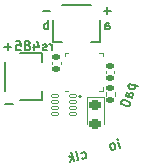
<source format=gbo>
G04 #@! TF.GenerationSoftware,KiCad,Pcbnew,7.0.7*
G04 #@! TF.CreationDate,2024-03-10T20:01:59-05:00*
G04 #@! TF.ProjectId,O12encoder,4f313265-6e63-46f6-9465-722e6b696361,1*
G04 #@! TF.SameCoordinates,Original*
G04 #@! TF.FileFunction,Legend,Bot*
G04 #@! TF.FilePolarity,Positive*
%FSLAX46Y46*%
G04 Gerber Fmt 4.6, Leading zero omitted, Abs format (unit mm)*
G04 Created by KiCad (PCBNEW 7.0.7) date 2024-03-10 20:01:59*
%MOMM*%
%LPD*%
G01*
G04 APERTURE LIST*
G04 Aperture macros list*
%AMRoundRect*
0 Rectangle with rounded corners*
0 $1 Rounding radius*
0 $2 $3 $4 $5 $6 $7 $8 $9 X,Y pos of 4 corners*
0 Add a 4 corners polygon primitive as box body*
4,1,4,$2,$3,$4,$5,$6,$7,$8,$9,$2,$3,0*
0 Add four circle primitives for the rounded corners*
1,1,$1+$1,$2,$3*
1,1,$1+$1,$4,$5*
1,1,$1+$1,$6,$7*
1,1,$1+$1,$8,$9*
0 Add four rect primitives between the rounded corners*
20,1,$1+$1,$2,$3,$4,$5,0*
20,1,$1+$1,$4,$5,$6,$7,0*
20,1,$1+$1,$6,$7,$8,$9,0*
20,1,$1+$1,$8,$9,$2,$3,0*%
%AMFreePoly0*
4,1,6,0.150000,-0.175000,-0.150000,-0.175000,-0.150000,0.175000,0.000000,0.325000,0.150000,0.325000,0.150000,-0.175000,0.150000,-0.175000,$1*%
%AMFreePoly1*
4,1,6,0.150000,0.175000,0.150000,-0.175000,-0.150000,-0.175000,-0.150000,0.325000,0.000000,0.325000,0.150000,0.175000,0.150000,0.175000,$1*%
%AMFreePoly2*
4,1,6,0.175000,-0.150000,-0.175000,-0.150000,-0.325000,0.000000,-0.325000,0.150000,0.175000,0.150000,0.175000,-0.150000,0.175000,-0.150000,$1*%
%AMFreePoly3*
4,1,7,0.175000,-0.150000,-0.175000,-0.150000,-0.325000,-0.150000,-0.325000,0.000000,-0.175000,0.150000,0.175000,0.150000,0.175000,-0.150000,0.175000,-0.150000,$1*%
%AMFreePoly4*
4,1,6,0.150000,-0.175000,0.000000,-0.325000,-0.150000,-0.325000,-0.150000,0.175000,0.150000,0.175000,0.150000,-0.175000,0.150000,-0.175000,$1*%
%AMFreePoly5*
4,1,6,0.150000,-0.325000,0.000000,-0.325000,-0.150000,-0.175000,-0.150000,0.175000,0.150000,0.175000,0.150000,-0.325000,0.150000,-0.325000,$1*%
%AMFreePoly6*
4,1,6,0.325000,0.000000,0.325000,-0.150000,-0.175000,-0.150000,-0.175000,0.150000,0.175000,0.150000,0.325000,0.000000,0.325000,0.000000,$1*%
%AMFreePoly7*
4,1,6,0.325000,0.000000,0.175000,-0.150000,-0.175000,-0.150000,-0.175000,0.150000,0.325000,0.150000,0.325000,0.000000,0.325000,0.000000,$1*%
G04 Aperture macros list end*
%ADD10C,0.150000*%
%ADD11C,0.120000*%
%ADD12C,0.127000*%
%ADD13C,0.200000*%
%ADD14RoundRect,0.135000X-0.185000X0.135000X-0.185000X-0.135000X0.185000X-0.135000X0.185000X0.135000X0*%
%ADD15RoundRect,0.218750X-0.256250X0.218750X-0.256250X-0.218750X0.256250X-0.218750X0.256250X0.218750X0*%
%ADD16R,0.400000X0.800000*%
%ADD17R,0.300000X0.800000*%
%ADD18RoundRect,0.150000X0.010403X-0.618378X0.300180X-0.540733X-0.010403X0.618378X-0.300180X0.540733X0*%
%ADD19R,0.800000X0.400000*%
%ADD20R,0.800000X0.300000*%
%ADD21RoundRect,0.150000X-0.540733X0.300180X-0.618378X0.010403X0.540733X-0.300180X0.618378X-0.010403X0*%
%ADD22RoundRect,0.140000X0.170000X-0.140000X0.170000X0.140000X-0.170000X0.140000X-0.170000X-0.140000X0*%
%ADD23RoundRect,0.050000X0.285000X0.100000X-0.285000X0.100000X-0.285000X-0.100000X0.285000X-0.100000X0*%
%ADD24FreePoly0,0.000000*%
%ADD25R,0.300000X0.700000*%
%ADD26FreePoly1,0.000000*%
%ADD27FreePoly2,0.000000*%
%ADD28R,0.700000X0.300000*%
%ADD29FreePoly3,0.000000*%
%ADD30FreePoly4,0.000000*%
%ADD31FreePoly5,0.000000*%
%ADD32FreePoly6,0.000000*%
%ADD33FreePoly7,0.000000*%
G04 APERTURE END LIST*
D10*
X53663342Y-56056282D02*
X53525305Y-55541122D01*
X53456286Y-55283541D02*
X53502943Y-55310479D01*
X53502943Y-55310479D02*
X53476006Y-55357136D01*
X53476006Y-55357136D02*
X53429349Y-55330198D01*
X53429349Y-55330198D02*
X53456286Y-55283541D01*
X53456286Y-55283541D02*
X53476006Y-55357136D01*
X53184979Y-56184459D02*
X53248713Y-56127942D01*
X53248713Y-56127942D02*
X53275651Y-56081285D01*
X53275651Y-56081285D02*
X53292728Y-55997831D01*
X53292728Y-55997831D02*
X53233570Y-55777048D01*
X53233570Y-55777048D02*
X53177053Y-55713314D01*
X53177053Y-55713314D02*
X53130396Y-55686376D01*
X53130396Y-55686376D02*
X53046942Y-55669298D01*
X53046942Y-55669298D02*
X52936550Y-55698878D01*
X52936550Y-55698878D02*
X52872816Y-55755395D01*
X52872816Y-55755395D02*
X52845878Y-55802051D01*
X52845878Y-55802051D02*
X52828801Y-55885506D01*
X52828801Y-55885506D02*
X52887959Y-56106289D01*
X52887959Y-56106289D02*
X52944476Y-56170023D01*
X52944476Y-56170023D02*
X52991133Y-56196961D01*
X52991133Y-56196961D02*
X53074587Y-56214038D01*
X53074587Y-56214038D02*
X53184979Y-56184459D01*
X47919047Y-47802295D02*
X47919047Y-47268961D01*
X47919047Y-47421342D02*
X47880952Y-47345152D01*
X47880952Y-47345152D02*
X47842857Y-47307057D01*
X47842857Y-47307057D02*
X47766666Y-47268961D01*
X47766666Y-47268961D02*
X47690476Y-47268961D01*
X47461905Y-47764200D02*
X47385714Y-47802295D01*
X47385714Y-47802295D02*
X47233333Y-47802295D01*
X47233333Y-47802295D02*
X47157143Y-47764200D01*
X47157143Y-47764200D02*
X47119047Y-47688009D01*
X47119047Y-47688009D02*
X47119047Y-47649914D01*
X47119047Y-47649914D02*
X47157143Y-47573723D01*
X47157143Y-47573723D02*
X47233333Y-47535628D01*
X47233333Y-47535628D02*
X47347619Y-47535628D01*
X47347619Y-47535628D02*
X47423809Y-47497533D01*
X47423809Y-47497533D02*
X47461905Y-47421342D01*
X47461905Y-47421342D02*
X47461905Y-47383247D01*
X47461905Y-47383247D02*
X47423809Y-47307057D01*
X47423809Y-47307057D02*
X47347619Y-47268961D01*
X47347619Y-47268961D02*
X47233333Y-47268961D01*
X47233333Y-47268961D02*
X47157143Y-47307057D01*
X46433333Y-47268961D02*
X46433333Y-47802295D01*
X46623809Y-46964200D02*
X46814286Y-47535628D01*
X46814286Y-47535628D02*
X46319047Y-47535628D01*
X45900000Y-47345152D02*
X45976190Y-47307057D01*
X45976190Y-47307057D02*
X46014285Y-47268961D01*
X46014285Y-47268961D02*
X46052381Y-47192771D01*
X46052381Y-47192771D02*
X46052381Y-47154676D01*
X46052381Y-47154676D02*
X46014285Y-47078485D01*
X46014285Y-47078485D02*
X45976190Y-47040390D01*
X45976190Y-47040390D02*
X45900000Y-47002295D01*
X45900000Y-47002295D02*
X45747619Y-47002295D01*
X45747619Y-47002295D02*
X45671428Y-47040390D01*
X45671428Y-47040390D02*
X45633333Y-47078485D01*
X45633333Y-47078485D02*
X45595238Y-47154676D01*
X45595238Y-47154676D02*
X45595238Y-47192771D01*
X45595238Y-47192771D02*
X45633333Y-47268961D01*
X45633333Y-47268961D02*
X45671428Y-47307057D01*
X45671428Y-47307057D02*
X45747619Y-47345152D01*
X45747619Y-47345152D02*
X45900000Y-47345152D01*
X45900000Y-47345152D02*
X45976190Y-47383247D01*
X45976190Y-47383247D02*
X46014285Y-47421342D01*
X46014285Y-47421342D02*
X46052381Y-47497533D01*
X46052381Y-47497533D02*
X46052381Y-47649914D01*
X46052381Y-47649914D02*
X46014285Y-47726104D01*
X46014285Y-47726104D02*
X45976190Y-47764200D01*
X45976190Y-47764200D02*
X45900000Y-47802295D01*
X45900000Y-47802295D02*
X45747619Y-47802295D01*
X45747619Y-47802295D02*
X45671428Y-47764200D01*
X45671428Y-47764200D02*
X45633333Y-47726104D01*
X45633333Y-47726104D02*
X45595238Y-47649914D01*
X45595238Y-47649914D02*
X45595238Y-47497533D01*
X45595238Y-47497533D02*
X45633333Y-47421342D01*
X45633333Y-47421342D02*
X45671428Y-47383247D01*
X45671428Y-47383247D02*
X45747619Y-47345152D01*
X44871428Y-47002295D02*
X45252380Y-47002295D01*
X45252380Y-47002295D02*
X45290476Y-47383247D01*
X45290476Y-47383247D02*
X45252380Y-47345152D01*
X45252380Y-47345152D02*
X45176190Y-47307057D01*
X45176190Y-47307057D02*
X44985714Y-47307057D01*
X44985714Y-47307057D02*
X44909523Y-47345152D01*
X44909523Y-47345152D02*
X44871428Y-47383247D01*
X44871428Y-47383247D02*
X44833333Y-47459438D01*
X44833333Y-47459438D02*
X44833333Y-47649914D01*
X44833333Y-47649914D02*
X44871428Y-47726104D01*
X44871428Y-47726104D02*
X44909523Y-47764200D01*
X44909523Y-47764200D02*
X44985714Y-47802295D01*
X44985714Y-47802295D02*
X45176190Y-47802295D01*
X45176190Y-47802295D02*
X45252380Y-47764200D01*
X45252380Y-47764200D02*
X45290476Y-47726104D01*
X44490475Y-47497533D02*
X43880952Y-47497533D01*
X44185713Y-47802295D02*
X44185713Y-47192771D01*
X54451424Y-50632599D02*
X55224165Y-50839655D01*
X54488221Y-50642459D02*
X54431704Y-50706194D01*
X54431704Y-50706194D02*
X54392265Y-50853382D01*
X54392265Y-50853382D02*
X54409343Y-50936836D01*
X54409343Y-50936836D02*
X54436280Y-50983493D01*
X54436280Y-50983493D02*
X54500015Y-51040010D01*
X54500015Y-51040010D02*
X54720798Y-51099169D01*
X54720798Y-51099169D02*
X54804252Y-51082091D01*
X54804252Y-51082091D02*
X54850909Y-51055154D01*
X54850909Y-51055154D02*
X54907426Y-50991419D01*
X54907426Y-50991419D02*
X54946865Y-50844230D01*
X54946865Y-50844230D02*
X54929787Y-50760776D01*
X54690511Y-51800957D02*
X54285742Y-51692500D01*
X54285742Y-51692500D02*
X54222007Y-51635983D01*
X54222007Y-51635983D02*
X54204930Y-51552529D01*
X54204930Y-51552529D02*
X54244369Y-51405340D01*
X54244369Y-51405340D02*
X54300885Y-51341606D01*
X54653713Y-51791098D02*
X54710230Y-51727363D01*
X54710230Y-51727363D02*
X54759529Y-51543377D01*
X54759529Y-51543377D02*
X54742451Y-51459923D01*
X54742451Y-51459923D02*
X54678717Y-51403406D01*
X54678717Y-51403406D02*
X54605122Y-51383687D01*
X54605122Y-51383687D02*
X54521668Y-51400764D01*
X54521668Y-51400764D02*
X54465152Y-51464499D01*
X54465152Y-51464499D02*
X54415853Y-51648485D01*
X54415853Y-51648485D02*
X54359336Y-51712220D01*
X53779733Y-52109063D02*
X53760013Y-52182657D01*
X53760013Y-52182657D02*
X53777091Y-52266112D01*
X53777091Y-52266112D02*
X53804029Y-52312769D01*
X53804029Y-52312769D02*
X53867763Y-52369285D01*
X53867763Y-52369285D02*
X54005092Y-52445522D01*
X54005092Y-52445522D02*
X54189078Y-52494820D01*
X54189078Y-52494820D02*
X54346126Y-52497462D01*
X54346126Y-52497462D02*
X54429580Y-52480385D01*
X54429580Y-52480385D02*
X54476237Y-52453447D01*
X54476237Y-52453447D02*
X54532754Y-52389713D01*
X54532754Y-52389713D02*
X54552474Y-52316118D01*
X54552474Y-52316118D02*
X54535396Y-52232664D01*
X54535396Y-52232664D02*
X54508459Y-52186007D01*
X54508459Y-52186007D02*
X54444724Y-52129491D01*
X54444724Y-52129491D02*
X54307395Y-52053254D01*
X54307395Y-52053254D02*
X54123409Y-52003955D01*
X54123409Y-52003955D02*
X53966361Y-52001314D01*
X53966361Y-52001314D02*
X53882907Y-52018391D01*
X53882907Y-52018391D02*
X53836250Y-52045329D01*
X53836250Y-52045329D02*
X53779733Y-52109063D01*
X43975238Y-52317533D02*
X44584762Y-52317533D01*
X47734761Y-44423533D02*
X47125238Y-44423533D01*
X47601428Y-46016295D02*
X47601428Y-45216295D01*
X47601428Y-45521057D02*
X47525238Y-45482961D01*
X47525238Y-45482961D02*
X47372857Y-45482961D01*
X47372857Y-45482961D02*
X47296666Y-45521057D01*
X47296666Y-45521057D02*
X47258571Y-45559152D01*
X47258571Y-45559152D02*
X47220476Y-45635342D01*
X47220476Y-45635342D02*
X47220476Y-45863914D01*
X47220476Y-45863914D02*
X47258571Y-45940104D01*
X47258571Y-45940104D02*
X47296666Y-45978200D01*
X47296666Y-45978200D02*
X47372857Y-46016295D01*
X47372857Y-46016295D02*
X47525238Y-46016295D01*
X47525238Y-46016295D02*
X47601428Y-45978200D01*
X52894761Y-44433533D02*
X52285238Y-44433533D01*
X52589999Y-44738295D02*
X52589999Y-44128771D01*
X52418571Y-46026295D02*
X52418571Y-45607247D01*
X52418571Y-45607247D02*
X52456666Y-45531057D01*
X52456666Y-45531057D02*
X52532857Y-45492961D01*
X52532857Y-45492961D02*
X52685238Y-45492961D01*
X52685238Y-45492961D02*
X52761428Y-45531057D01*
X52418571Y-45988200D02*
X52494762Y-46026295D01*
X52494762Y-46026295D02*
X52685238Y-46026295D01*
X52685238Y-46026295D02*
X52761428Y-45988200D01*
X52761428Y-45988200D02*
X52799524Y-45912009D01*
X52799524Y-45912009D02*
X52799524Y-45835819D01*
X52799524Y-45835819D02*
X52761428Y-45759628D01*
X52761428Y-45759628D02*
X52685238Y-45721533D01*
X52685238Y-45721533D02*
X52494762Y-45721533D01*
X52494762Y-45721533D02*
X52418571Y-45683438D01*
X50485083Y-56944415D02*
X50568537Y-56961492D01*
X50568537Y-56961492D02*
X50715726Y-56922053D01*
X50715726Y-56922053D02*
X50779460Y-56865537D01*
X50779460Y-56865537D02*
X50806398Y-56818880D01*
X50806398Y-56818880D02*
X50823475Y-56735426D01*
X50823475Y-56735426D02*
X50764317Y-56514643D01*
X50764317Y-56514643D02*
X50707800Y-56450908D01*
X50707800Y-56450908D02*
X50661143Y-56423971D01*
X50661143Y-56423971D02*
X50577689Y-56406893D01*
X50577689Y-56406893D02*
X50430500Y-56446332D01*
X50430500Y-56446332D02*
X50366765Y-56502849D01*
X50053377Y-57099529D02*
X50117111Y-57043012D01*
X50117111Y-57043012D02*
X50134189Y-56959558D01*
X50134189Y-56959558D02*
X49956713Y-56297209D01*
X49758999Y-57178407D02*
X49551944Y-56405667D01*
X49606526Y-56903750D02*
X49464622Y-57257286D01*
X49326585Y-56742125D02*
X49699840Y-56957624D01*
D11*
X52470000Y-51346359D02*
X52470000Y-51653641D01*
X53230000Y-51346359D02*
X53230000Y-51653641D01*
X52335000Y-51715000D02*
X52335000Y-54000000D01*
X50865000Y-51715000D02*
X52335000Y-51715000D01*
X50865000Y-54000000D02*
X50865000Y-51715000D01*
D12*
X52000000Y-47050000D02*
X52000000Y-45215000D01*
X51220000Y-47050000D02*
X52000000Y-47050000D01*
X48780000Y-47050000D02*
X48000000Y-47050000D01*
X48765000Y-43950000D02*
X51235000Y-43950000D01*
X48000000Y-47050000D02*
X48000000Y-45215000D01*
X47035000Y-48000000D02*
X45200000Y-48000000D01*
X47035000Y-48780000D02*
X47035000Y-48000000D01*
X47035000Y-51220000D02*
X47035000Y-52000000D01*
X43935000Y-51235000D02*
X43935000Y-48765000D01*
X47035000Y-52000000D02*
X45200000Y-52000000D01*
D11*
X47940000Y-48957836D02*
X47940000Y-48742164D01*
X48660000Y-48957836D02*
X48660000Y-48742164D01*
X52490000Y-49732836D02*
X52490000Y-49517164D01*
X53210000Y-49732836D02*
X53210000Y-49517164D01*
D13*
X50375000Y-51700000D02*
G75*
G03*
X50375000Y-51700000I-100000J0D01*
G01*
D11*
X52220000Y-51220000D02*
X52220000Y-50920000D01*
X52220000Y-51220000D02*
X51920000Y-51220000D01*
X52220000Y-47980000D02*
X52220000Y-48280000D01*
X52220000Y-47980000D02*
X51920000Y-47980000D01*
X48980000Y-51220000D02*
X49280000Y-51220000D01*
X48980000Y-47980000D02*
X49280000Y-47980000D01*
X48980000Y-47980000D02*
X48980000Y-48280000D01*
%LPC*%
D14*
X52850000Y-50990000D03*
X52850000Y-52010000D03*
D15*
X51600000Y-52412500D03*
X51600000Y-53987500D03*
D16*
X51750000Y-44500000D03*
X48250000Y-44500000D03*
D17*
X49250000Y-47000000D03*
X49750000Y-47000000D03*
X50250000Y-47000000D03*
X50750000Y-47000000D03*
D18*
X52090926Y-55816181D03*
D19*
X44485000Y-48250000D03*
X44485000Y-51750000D03*
D20*
X46985000Y-50750000D03*
X46985000Y-50250000D03*
X46985000Y-49750000D03*
X46985000Y-49250000D03*
D21*
X55625000Y-51900000D03*
D22*
X48300000Y-49330000D03*
X48300000Y-48370000D03*
X52850000Y-50105000D03*
X52850000Y-49145000D03*
D18*
X51125000Y-56075000D03*
D23*
X49665000Y-51700000D03*
X49665000Y-52200000D03*
X49665000Y-52700000D03*
X49665000Y-53200000D03*
X48185000Y-53200000D03*
X48185000Y-52700000D03*
X48185000Y-52200000D03*
X48185000Y-51700000D03*
D24*
X49600000Y-51075000D03*
D25*
X50100000Y-50900000D03*
X50600000Y-50900000D03*
X51100000Y-50900000D03*
D26*
X51600000Y-51075000D03*
D27*
X52075000Y-50600000D03*
D28*
X51900000Y-50100000D03*
X51900000Y-49600000D03*
X51900000Y-49100000D03*
D29*
X52075000Y-48600000D03*
D30*
X51600000Y-48125000D03*
D25*
X51100000Y-48300000D03*
X50600000Y-48300000D03*
X50100000Y-48300000D03*
D31*
X49600000Y-48125000D03*
D32*
X49125000Y-48600000D03*
D28*
X49300000Y-49100000D03*
X49300000Y-49600000D03*
X49300000Y-50100000D03*
D33*
X49125000Y-50600000D03*
%LPD*%
M02*

</source>
